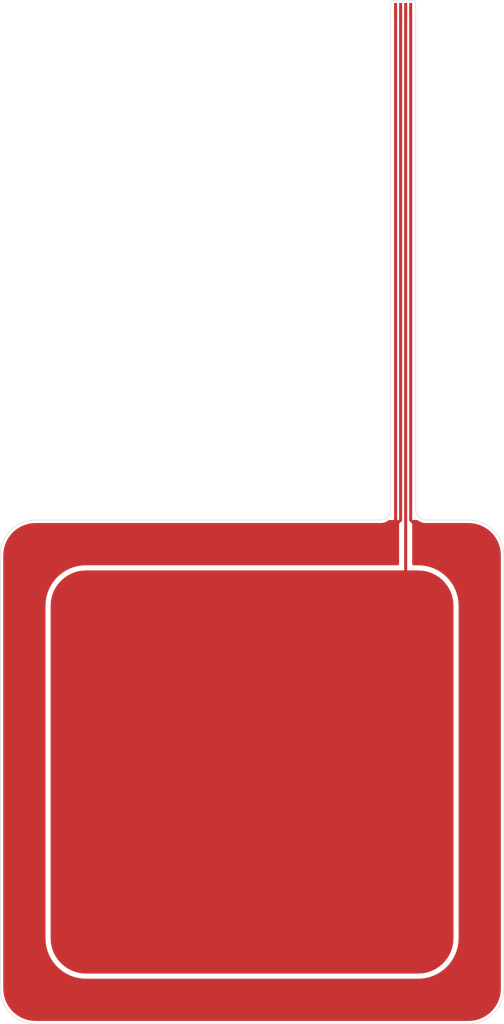
<source format=kicad_pcb>
(kicad_pcb (version 20241229) (generator "pcbnew") (generator_version "9.0")
  (title_block (title "${LAYER_NAME}") (date "2025-12-28") (rev "v1.0") (company "TL Embedded Ltd"))
  (layers (0 "F.Cu" signal) (2 "B.Cu" signal) (13 "F.Paste" user) (15 "B.Paste" user) (5 "F.SilkS" user "F.Silkscreen") (7 "B.SilkS" user "B.Silkscreen") (1 "F.Mask" user) (3 "B.Mask" user) (25 "Edge.Cuts" user))
  (property "LAYER_NAME" "")
  (net 0 "")
  (net 1 "/KEY")
  (net 2 "GND")
  (footprint "N_NonPart:FFC4_05" (layer "F.Cu") (at 90 50)
    (property "Reference" "N1" (hide yes))
    (property "Value" "FFC4_05" (hide yes))
    (fp_line (start -1.25 -1.3) (end -1.25 1) (stroke (width 0.05)) (layer "Edge.Cuts"))
    (fp_line (start 1.05 -1.5) (end -1.049999 -1.5) (stroke (width 0.05)) (layer "Edge.Cuts"))
    (fp_line (start 1.25 -1.3) (end 1.25 1) (stroke (width 0.05)) (layer "Edge.Cuts"))
    (fp_arc (start -1.25 -1.3) (mid -1.191421 -1.441421) (end -1.05 -1.5) (stroke (width 0.05)) (layer "Edge.Cuts"))
    (fp_arc (start 1.05 -1.5) (mid 1.191421 -1.441421) (end 1.25 -1.3) (stroke (width 0.05)) (layer "Edge.Cuts"))
    (pad "1" smd rect (at 0.75 -0.55) (size 0.3 1.5) (layers "F.Cu") (net 2 "GND"))
    (pad "2" smd rect (at 0.25 -0.55) (size 0.3 1.5) (layers "F.Cu") (net 1 "/KEY"))
    (pad "3" smd rect (at -0.25 -0.55) (size 0.3 1.5) (layers "F.Cu") (net 2 "GND"))
    (pad "4" smd rect (at -0.75 -0.55) (size 0.3 1.5) (layers "F.Cu") (net 2 "GND"))
  )
  (gr_arc (start 88.75 99) (mid 88.457107 99.707107) (end 87.75 100) (stroke (width 0.05)) (layer "Edge.Cuts"))
  (gr_arc (start 96.5 100) (mid 98.974874 101.025126) (end 100 103.5) (stroke (width 0.05)) (layer "Edge.Cuts"))
  (gr_line (start 91.25 51) (end 91.25 99) (stroke (width 0.05)) (layer "Edge.Cuts"))
  (gr_line (start 100 103.5) (end 100 146.5) (stroke (width 0.05)) (layer "Edge.Cuts"))
  (gr_arc (start 53.5 150) (mid 51.025126 148.974874) (end 50 146.5) (stroke (width 0.05)) (layer "Edge.Cuts"))
  (gr_arc (start 92.25 100) (mid 91.542893 99.707107) (end 91.25 99) (stroke (width 0.05)) (layer "Edge.Cuts"))
  (gr_line (start 96.5 150) (end 53.5 150) (stroke (width 0.05)) (layer "Edge.Cuts"))
  (gr_arc (start 50 103.5) (mid 51.025126 101.025126) (end 53.5 100) (stroke (width 0.05)) (layer "Edge.Cuts"))
  (gr_line (start 53.5 100) (end 87.75 100) (stroke (width 0.05)) (layer "Edge.Cuts"))
  (gr_arc (start 100 146.5) (mid 98.974874 148.974874) (end 96.5 150) (stroke (width 0.05)) (layer "Edge.Cuts"))
  (gr_line (start 50 146.5) (end 50 103.5) (stroke (width 0.05)) (layer "Edge.Cuts"))
  (gr_line (start 88.75 51) (end 88.75 99) (stroke (width 0.05)) (layer "Edge.Cuts"))
  (gr_line (start 96.5 100) (end 92.25 100) (stroke (width 0.05)) (layer "Edge.Cuts"))
  (segment (start 90.25 49.25) (end 90.25 105.1) (width 0.3) (layer "F.Cu") (net 1))
  (segment (start 90.75 49.25) (end 90.75 100.012128) (width 0.3) (layer "F.Cu") (net 2))
  (segment (start 90.75 100.012128) (end 91.068223 100.330351) (width 0.3) (layer "F.Cu") (net 2))
  (segment (start 89.75 49.25) (end 89.75 100.018421) (width 0.3) (layer "F.Cu") (net 2))
  (segment (start 89.25 49.25) (end 89.25 100.518421) (width 0.3) (layer "F.Cu") (net 2))
  (segment (start 89.25 100.518421) (end 89.25 100.55) (width 0.3) (layer "F.Cu") (net 2))
  (segment (start 89.75 100.018421) (end 89.25 100.518421) (width 0.3) (layer "F.Cu") (net 2))
  (zone (net 2) (net_name "GND") (layer "F.Cu") (connect_pads (clearance 0.5)) (min_thickness 0.25) (fill yes (thermal_gap 0.25) (thermal_bridge_width 0.25))
    (polygon (pts (xy 100 100) (xy 50 100) (xy 50 150) (xy 100 150)))
  )
  (zone (net 1) (net_name "/KEY") (layer "F.Cu") (priority 1) (connect_pads (clearance 0.25)) (min_thickness 0.25) (fill yes (thermal_gap 0.25) (thermal_bridge_width 0.25) (smoothing fillet) (radius 3.5))
    (polygon (pts (xy 55 105) (xy 95 105) (xy 95 145) (xy 55 145)))
  )
)
</source>
